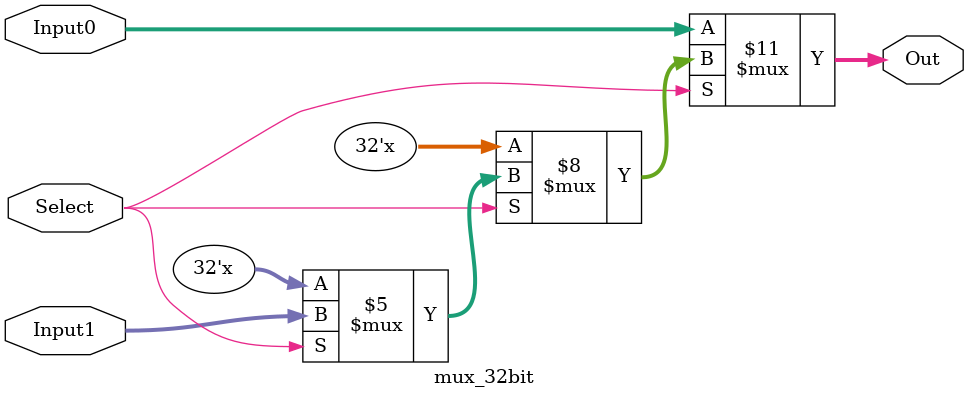
<source format=v>
/*sinyal durumuna göre seçme işlemi yapar.*/
module mux_32bit(Out,Input0,Input1,Select);

input [31:0] Input0,Input1;
output reg [31:0] Out;
input Select;

always@(*)begin
if(Select == 1'b0) begin

 Out=Input0;
end
else if(Select == 1'b1)begin
 Out=Input1;
end
end

endmodule
</source>
